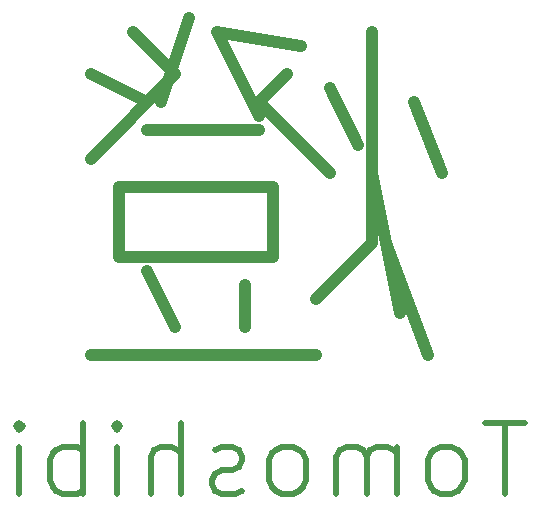
<source format=gbr>
G04 #@! TF.GenerationSoftware,KiCad,Pcbnew,(6.0.7)*
G04 #@! TF.CreationDate,2023-09-14T07:07:10+09:00*
G04 #@! TF.ProjectId,StepDown,53746570-446f-4776-9e2e-6b696361645f,rev?*
G04 #@! TF.SameCoordinates,Original*
G04 #@! TF.FileFunction,Legend,Bot*
G04 #@! TF.FilePolarity,Positive*
%FSLAX46Y46*%
G04 Gerber Fmt 4.6, Leading zero omitted, Abs format (unit mm)*
G04 Created by KiCad (PCBNEW (6.0.7)) date 2023-09-14 07:07:10*
%MOMM*%
%LPD*%
G01*
G04 APERTURE LIST*
%ADD10C,1.000000*%
%ADD11C,0.500000*%
G04 APERTURE END LIST*
D10*
X123785238Y-91321904D02*
X114261428Y-91321904D01*
X124975714Y-102036190D02*
X111880476Y-102036190D01*
X128547142Y-110369523D02*
X109499523Y-110369523D01*
X124975714Y-96083809D02*
X124975714Y-102036190D01*
X124975714Y-96083809D02*
X111880476Y-96083809D01*
X111880476Y-102036190D01*
X133309047Y-82988571D02*
X133309047Y-100845714D01*
X128547142Y-105607619D01*
X116642380Y-86560000D02*
X109499523Y-93702857D01*
X109499523Y-86560000D02*
X114261428Y-88940952D01*
X126166190Y-86560000D02*
X123785238Y-88940952D01*
X129737619Y-94893333D01*
X113070952Y-82988571D02*
X116642380Y-86560000D01*
X122594761Y-104417142D02*
X122594761Y-107988571D01*
X117832857Y-81798095D02*
X115451904Y-88940952D01*
X114261428Y-103226666D02*
X116642380Y-107988571D01*
X129737619Y-87750476D02*
X132118571Y-92512380D01*
X134499523Y-100845714D02*
X138070952Y-110369523D01*
X127356666Y-84179047D02*
X120213809Y-82988571D01*
X123785238Y-90131428D01*
X136880476Y-88940952D02*
X139261428Y-94893333D01*
X133309047Y-94893333D02*
X135690000Y-106798095D01*
D11*
X146317142Y-116094285D02*
X142888571Y-116094285D01*
X144602857Y-122094285D02*
X144602857Y-116094285D01*
X140031428Y-122094285D02*
X140602857Y-121808571D01*
X140888571Y-121522857D01*
X141174285Y-120951428D01*
X141174285Y-119237142D01*
X140888571Y-118665714D01*
X140602857Y-118380000D01*
X140031428Y-118094285D01*
X139174285Y-118094285D01*
X138602857Y-118380000D01*
X138317142Y-118665714D01*
X138031428Y-119237142D01*
X138031428Y-120951428D01*
X138317142Y-121522857D01*
X138602857Y-121808571D01*
X139174285Y-122094285D01*
X140031428Y-122094285D01*
X135460000Y-122094285D02*
X135460000Y-118094285D01*
X135460000Y-118665714D02*
X135174285Y-118380000D01*
X134602857Y-118094285D01*
X133745714Y-118094285D01*
X133174285Y-118380000D01*
X132888571Y-118951428D01*
X132888571Y-122094285D01*
X132888571Y-118951428D02*
X132602857Y-118380000D01*
X132031428Y-118094285D01*
X131174285Y-118094285D01*
X130602857Y-118380000D01*
X130317142Y-118951428D01*
X130317142Y-122094285D01*
X126602857Y-122094285D02*
X127174285Y-121808571D01*
X127460000Y-121522857D01*
X127745714Y-120951428D01*
X127745714Y-119237142D01*
X127460000Y-118665714D01*
X127174285Y-118380000D01*
X126602857Y-118094285D01*
X125745714Y-118094285D01*
X125174285Y-118380000D01*
X124888571Y-118665714D01*
X124602857Y-119237142D01*
X124602857Y-120951428D01*
X124888571Y-121522857D01*
X125174285Y-121808571D01*
X125745714Y-122094285D01*
X126602857Y-122094285D01*
X122317142Y-121808571D02*
X121745714Y-122094285D01*
X120602857Y-122094285D01*
X120031428Y-121808571D01*
X119745714Y-121237142D01*
X119745714Y-120951428D01*
X120031428Y-120380000D01*
X120602857Y-120094285D01*
X121460000Y-120094285D01*
X122031428Y-119808571D01*
X122317142Y-119237142D01*
X122317142Y-118951428D01*
X122031428Y-118380000D01*
X121460000Y-118094285D01*
X120602857Y-118094285D01*
X120031428Y-118380000D01*
X117174285Y-122094285D02*
X117174285Y-116094285D01*
X114602857Y-122094285D02*
X114602857Y-118951428D01*
X114888571Y-118380000D01*
X115460000Y-118094285D01*
X116317142Y-118094285D01*
X116888571Y-118380000D01*
X117174285Y-118665714D01*
X111745714Y-122094285D02*
X111745714Y-118094285D01*
X111745714Y-116094285D02*
X112031428Y-116380000D01*
X111745714Y-116665714D01*
X111460000Y-116380000D01*
X111745714Y-116094285D01*
X111745714Y-116665714D01*
X108888571Y-122094285D02*
X108888571Y-116094285D01*
X108888571Y-118380000D02*
X108317142Y-118094285D01*
X107174285Y-118094285D01*
X106602857Y-118380000D01*
X106317142Y-118665714D01*
X106031428Y-119237142D01*
X106031428Y-120951428D01*
X106317142Y-121522857D01*
X106602857Y-121808571D01*
X107174285Y-122094285D01*
X108317142Y-122094285D01*
X108888571Y-121808571D01*
X103460000Y-122094285D02*
X103460000Y-118094285D01*
X103460000Y-116094285D02*
X103745714Y-116380000D01*
X103460000Y-116665714D01*
X103174285Y-116380000D01*
X103460000Y-116094285D01*
X103460000Y-116665714D01*
M02*

</source>
